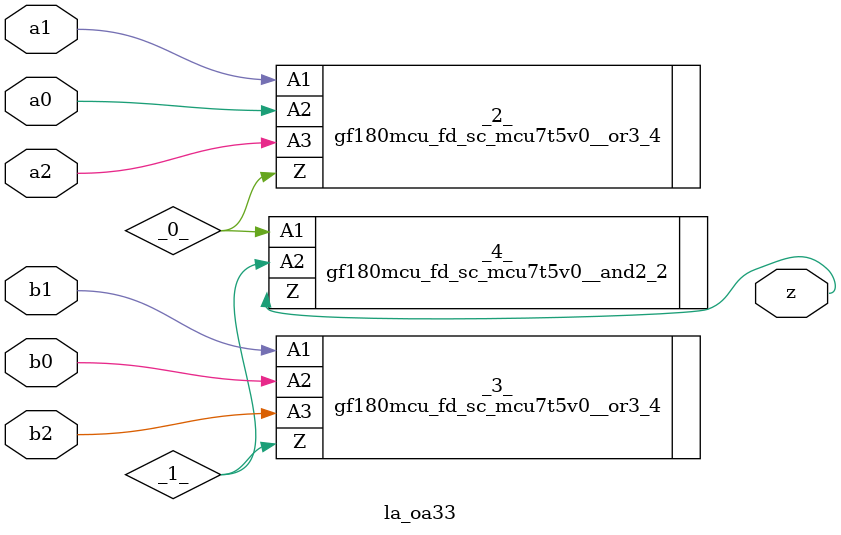
<source format=v>
/* Generated by Yosys 0.37 (git sha1 a5c7f69ed, clang 14.0.0-1ubuntu1.1 -fPIC -Os) */

module la_oa33(a0, a1, a2, b0, b1, b2, z);
  wire _0_;
  wire _1_;
  input a0;
  wire a0;
  input a1;
  wire a1;
  input a2;
  wire a2;
  input b0;
  wire b0;
  input b1;
  wire b1;
  input b2;
  wire b2;
  output z;
  wire z;
  gf180mcu_fd_sc_mcu7t5v0__or3_4 _2_ (
    .A1(a1),
    .A2(a0),
    .A3(a2),
    .Z(_0_)
  );
  gf180mcu_fd_sc_mcu7t5v0__or3_4 _3_ (
    .A1(b1),
    .A2(b0),
    .A3(b2),
    .Z(_1_)
  );
  gf180mcu_fd_sc_mcu7t5v0__and2_2 _4_ (
    .A1(_0_),
    .A2(_1_),
    .Z(z)
  );
endmodule

</source>
